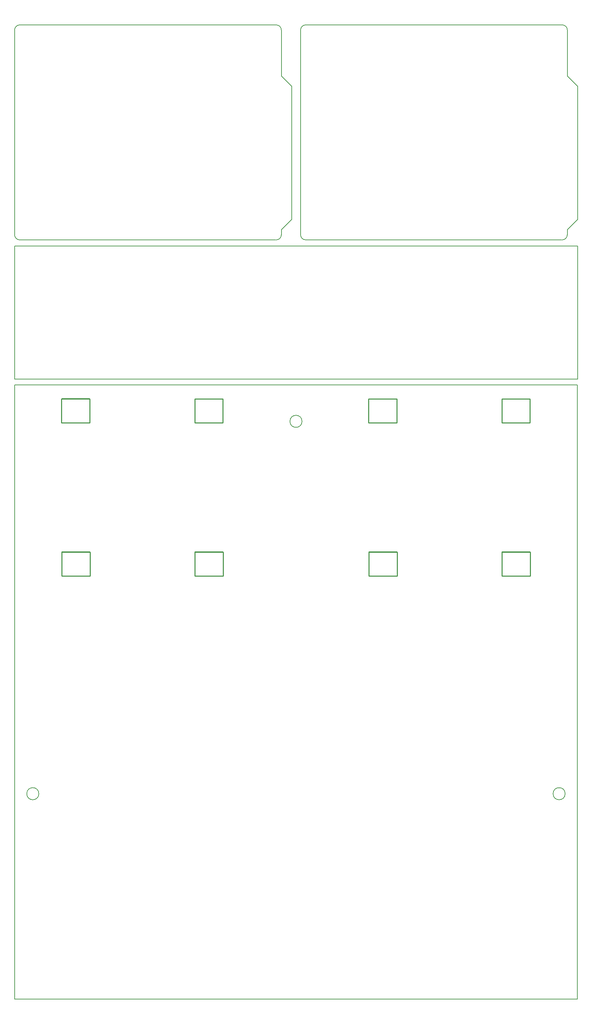
<source format=gbr>
G04 (created by PCBNEW (2013-07-07 BZR 4022)-stable) date 14/04/2014 03:28:28*
%MOIN*%
G04 Gerber Fmt 3.4, Leading zero omitted, Abs format*
%FSLAX34Y34*%
G01*
G70*
G90*
G04 APERTURE LIST*
%ADD10C,0.00590551*%
%ADD11C,0.00787402*%
%ADD12C,0.01*%
G04 APERTURE END LIST*
G54D10*
G54D11*
X525Y-21000D02*
X25525Y-21000D01*
X5Y-20500D02*
G75*
G03X505Y-21000I500J0D01*
G74*
G01*
X505Y0D02*
G75*
G03X5Y-500I0J-500D01*
G74*
G01*
X26065Y-500D02*
X26065Y-5000D01*
X26065Y-5000D02*
X27065Y-6000D01*
X27065Y-6000D02*
X27065Y-19000D01*
X27065Y-19000D02*
X26065Y-20000D01*
X26065Y-20000D02*
X26065Y-20500D01*
X26065Y-500D02*
G75*
G03X25565Y0I-500J0D01*
G74*
G01*
X25565Y-21000D02*
G75*
G03X26065Y-20500I0J500D01*
G74*
G01*
X5Y-20500D02*
X5Y-500D01*
X505Y0D02*
X25575Y0D01*
X-3Y-35178D02*
X-3Y-95178D01*
X54996Y-95178D02*
X54996Y-95173D01*
X-3Y-95178D02*
X54996Y-95178D01*
X54996Y-35178D02*
X54996Y-95178D01*
X53792Y-75102D02*
G75*
G03X53792Y-75102I-590J0D01*
G74*
G01*
X2374Y-75102D02*
G75*
G03X2374Y-75102I-590J0D01*
G74*
G01*
X28083Y-38725D02*
G75*
G03X28083Y-38725I-590J0D01*
G74*
G01*
X-3Y-35178D02*
X54996Y-35178D01*
X34597Y-36518D02*
X37353Y-36518D01*
X37353Y-36518D02*
X37353Y-38880D01*
X37353Y-38880D02*
X34597Y-38880D01*
X34597Y-38880D02*
X34597Y-36518D01*
X34620Y-53843D02*
X34620Y-51481D01*
X37376Y-53843D02*
X34620Y-53843D01*
X37376Y-51481D02*
X37376Y-53843D01*
X34620Y-51481D02*
X37376Y-51481D01*
X47610Y-51481D02*
X50366Y-51481D01*
X50366Y-51481D02*
X50366Y-53843D01*
X50366Y-53843D02*
X47610Y-53843D01*
X47610Y-53843D02*
X47610Y-51481D01*
X47603Y-38880D02*
X47603Y-36518D01*
X50359Y-38880D02*
X47603Y-38880D01*
X50359Y-36518D02*
X50359Y-38880D01*
X47603Y-36518D02*
X50359Y-36518D01*
X17601Y-36520D02*
X20357Y-36520D01*
X20357Y-36520D02*
X20357Y-38882D01*
X20357Y-38882D02*
X17601Y-38882D01*
X17601Y-38882D02*
X17601Y-36520D01*
X17611Y-53842D02*
X17611Y-51480D01*
X20366Y-53842D02*
X17611Y-53842D01*
X20366Y-51480D02*
X20366Y-53842D01*
X17611Y-51480D02*
X20366Y-51480D01*
X4618Y-51480D02*
X7374Y-51480D01*
X7374Y-51480D02*
X7374Y-53842D01*
X7374Y-53842D02*
X4618Y-53842D01*
X4618Y-53842D02*
X4618Y-51480D01*
X4599Y-38872D02*
X4599Y-36510D01*
X7355Y-38872D02*
X4599Y-38872D01*
X7355Y-36510D02*
X7355Y-38872D01*
X4599Y-36510D02*
X7355Y-36510D01*
X0Y-34589D02*
X0Y-21589D01*
X55000Y-34589D02*
X0Y-34589D01*
X55000Y-21589D02*
X55000Y-34589D01*
X0Y-21589D02*
X55000Y-21589D01*
X28441Y3D02*
X53511Y3D01*
X27941Y-20496D02*
X27941Y-496D01*
X53501Y-20996D02*
G75*
G03X54001Y-20496I0J500D01*
G74*
G01*
X54001Y-496D02*
G75*
G03X53501Y3I-500J0D01*
G74*
G01*
X54001Y-19996D02*
X54001Y-20496D01*
X55001Y-18996D02*
X54001Y-19996D01*
X55001Y-5996D02*
X55001Y-18996D01*
X54001Y-4996D02*
X55001Y-5996D01*
X54001Y-496D02*
X54001Y-4996D01*
X28441Y3D02*
G75*
G03X27941Y-496I0J-500D01*
G74*
G01*
X27941Y-20496D02*
G75*
G03X28441Y-20996I500J0D01*
G74*
G01*
X28461Y-20996D02*
X53461Y-20996D01*
G54D12*
X17612Y-53845D02*
X17612Y-51483D01*
X17604Y-38880D02*
X17604Y-36518D01*
X20368Y-51483D02*
X20368Y-53845D01*
X20360Y-36518D02*
X20360Y-38880D01*
X4619Y-53845D02*
X4619Y-51483D01*
X4596Y-38880D02*
X4596Y-36518D01*
X7375Y-51483D02*
X7375Y-53845D01*
X7352Y-36518D02*
X7352Y-38880D01*
X17612Y-51483D02*
X20368Y-51483D01*
X17612Y-53845D02*
X20368Y-53845D01*
X17604Y-36518D02*
X20360Y-36518D01*
X17604Y-38880D02*
X20360Y-38880D01*
X4619Y-51483D02*
X7375Y-51483D01*
X4619Y-53845D02*
X7375Y-53845D01*
X4596Y-36518D02*
X7352Y-36518D01*
X4596Y-38880D02*
X7352Y-38880D01*
X47612Y-53845D02*
X47612Y-51483D01*
X47604Y-38880D02*
X47604Y-36518D01*
X50368Y-51483D02*
X50368Y-53845D01*
X50360Y-36518D02*
X50360Y-38880D01*
X34619Y-53845D02*
X34619Y-51483D01*
X34596Y-38880D02*
X34596Y-36518D01*
X37375Y-51483D02*
X37375Y-53845D01*
X37352Y-36518D02*
X37352Y-38880D01*
X47612Y-51483D02*
X50368Y-51483D01*
X47612Y-53845D02*
X50368Y-53845D01*
X47604Y-36518D02*
X50360Y-36518D01*
X47604Y-38880D02*
X50360Y-38880D01*
X34619Y-51483D02*
X37375Y-51483D01*
X34619Y-53845D02*
X37375Y-53845D01*
X34596Y-36518D02*
X37352Y-36518D01*
X34596Y-38880D02*
X37352Y-38880D01*
M02*

</source>
